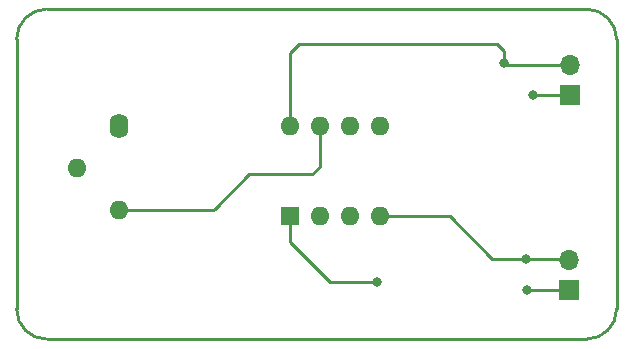
<source format=gbr>
%TF.GenerationSoftware,KiCad,Pcbnew,5.1.6-c6e7f7d~87~ubuntu18.04.1*%
%TF.CreationDate,2020-11-27T17:36:11+05:00*%
%TF.ProjectId,NO2_signal_conditioner,4e4f325f-7369-4676-9e61-6c5f636f6e64,rev?*%
%TF.SameCoordinates,Original*%
%TF.FileFunction,Copper,L2,Bot*%
%TF.FilePolarity,Positive*%
%FSLAX46Y46*%
G04 Gerber Fmt 4.6, Leading zero omitted, Abs format (unit mm)*
G04 Created by KiCad (PCBNEW 5.1.6-c6e7f7d~87~ubuntu18.04.1) date 2020-11-27 17:36:11*
%MOMM*%
%LPD*%
G01*
G04 APERTURE LIST*
%TA.AperFunction,Profile*%
%ADD10C,0.254000*%
%TD*%
%TA.AperFunction,Profile*%
%ADD11C,0.250000*%
%TD*%
%TA.AperFunction,ComponentPad*%
%ADD12O,1.700000X1.700000*%
%TD*%
%TA.AperFunction,ComponentPad*%
%ADD13R,1.700000X1.700000*%
%TD*%
%TA.AperFunction,ComponentPad*%
%ADD14O,1.600000X1.600000*%
%TD*%
%TA.AperFunction,ComponentPad*%
%ADD15O,1.600000X2.100000*%
%TD*%
%TA.AperFunction,ComponentPad*%
%ADD16R,1.600000X1.600000*%
%TD*%
%TA.AperFunction,ViaPad*%
%ADD17C,0.800000*%
%TD*%
%TA.AperFunction,Conductor*%
%ADD18C,0.250000*%
%TD*%
G04 APERTURE END LIST*
D10*
X154940000Y-91440000D02*
G75*
G02*
X152400000Y-88900000I0J2540000D01*
G01*
X152400000Y-66040000D02*
G75*
G02*
X154940000Y-63500000I2540000J0D01*
G01*
X200660000Y-63500000D02*
G75*
G02*
X203200000Y-66040000I0J-2540000D01*
G01*
X203200000Y-88900000D02*
G75*
G02*
X200660000Y-91440000I-2540000J0D01*
G01*
X152400000Y-88900000D02*
X152400000Y-66040000D01*
X200660000Y-91440000D02*
X154940000Y-91440000D01*
D11*
X203200000Y-66040000D02*
X203200000Y-88900000D01*
D10*
X154940000Y-63500000D02*
X200660000Y-63500000D01*
D12*
%TO.P,J3,2*%
%TO.N,5V*%
X199263000Y-68199000D03*
D13*
%TO.P,J3,1*%
%TO.N,GND*%
X199263000Y-70739000D03*
%TD*%
D12*
%TO.P,J2,2*%
%TO.N,GND*%
X199136000Y-84709000D03*
D13*
%TO.P,J2,1*%
%TO.N,Net-(C2-Pad1)*%
X199136000Y-87249000D03*
%TD*%
D14*
%TO.P,J1,3*%
%TO.N,/counter*%
X161036000Y-80506000D03*
%TO.P,J1,2*%
%TO.N,/sense*%
X157486000Y-76956000D03*
D15*
%TO.P,J1,1*%
%TO.N,/ref*%
X161036000Y-73406000D03*
%TD*%
D14*
%TO.P,U1,8*%
%TO.N,5V*%
X175514000Y-73406000D03*
%TO.P,U1,4*%
%TO.N,GND*%
X183134000Y-81026000D03*
%TO.P,U1,7*%
%TO.N,/counter*%
X178054000Y-73406000D03*
%TO.P,U1,3*%
%TO.N,Vref*%
X180594000Y-81026000D03*
%TO.P,U1,6*%
%TO.N,Net-(C1-Pad2)*%
X180594000Y-73406000D03*
%TO.P,U1,2*%
%TO.N,Net-(R2-Pad1)*%
X178054000Y-81026000D03*
%TO.P,U1,5*%
%TO.N,Vref*%
X183134000Y-73406000D03*
D16*
%TO.P,U1,1*%
%TO.N,Net-(R4-Pad1)*%
X175514000Y-81026000D03*
%TD*%
D17*
%TO.N,Net-(C2-Pad1)*%
X195580000Y-87249000D03*
%TO.N,5V*%
X193675000Y-68072000D03*
%TO.N,GND*%
X195548000Y-84614000D03*
X196088000Y-70739000D03*
%TO.N,Net-(R4-Pad1)*%
X182880000Y-86614000D03*
%TD*%
D18*
%TO.N,Net-(C2-Pad1)*%
X195580000Y-87249000D02*
X199136000Y-87249000D01*
%TO.N,5V*%
X193802000Y-68199000D02*
X193675000Y-68072000D01*
X199263000Y-68199000D02*
X193802000Y-68199000D01*
X193675000Y-67056000D02*
X193675000Y-68072000D01*
X193040000Y-66421000D02*
X193675000Y-67056000D01*
X176276000Y-66421000D02*
X193040000Y-66421000D01*
X175514000Y-67183000D02*
X176276000Y-66421000D01*
X175514000Y-73406000D02*
X175514000Y-67183000D01*
%TO.N,GND*%
X199041000Y-84614000D02*
X199136000Y-84709000D01*
X196564000Y-84614000D02*
X199041000Y-84614000D01*
X196564000Y-84614000D02*
X196723000Y-84614000D01*
X195548000Y-84614000D02*
X196564000Y-84614000D01*
X199263000Y-70739000D02*
X196088000Y-70739000D01*
X192691000Y-84614000D02*
X195548000Y-84614000D01*
X189103000Y-81026000D02*
X192691000Y-84614000D01*
X183134000Y-81026000D02*
X189103000Y-81026000D01*
%TO.N,Net-(R4-Pad1)*%
X178943000Y-86614000D02*
X182880000Y-86614000D01*
X175514000Y-83185000D02*
X178943000Y-86614000D01*
X175514000Y-81026000D02*
X175514000Y-83185000D01*
%TO.N,/counter*%
X172085000Y-77470000D02*
X177419000Y-77470000D01*
X178054000Y-76835000D02*
X178054000Y-73406000D01*
X177419000Y-77470000D02*
X178054000Y-76835000D01*
X169049000Y-80506000D02*
X169164000Y-80391000D01*
X161036000Y-80506000D02*
X169049000Y-80506000D01*
X169164000Y-80391000D02*
X172085000Y-77470000D01*
%TD*%
M02*

</source>
